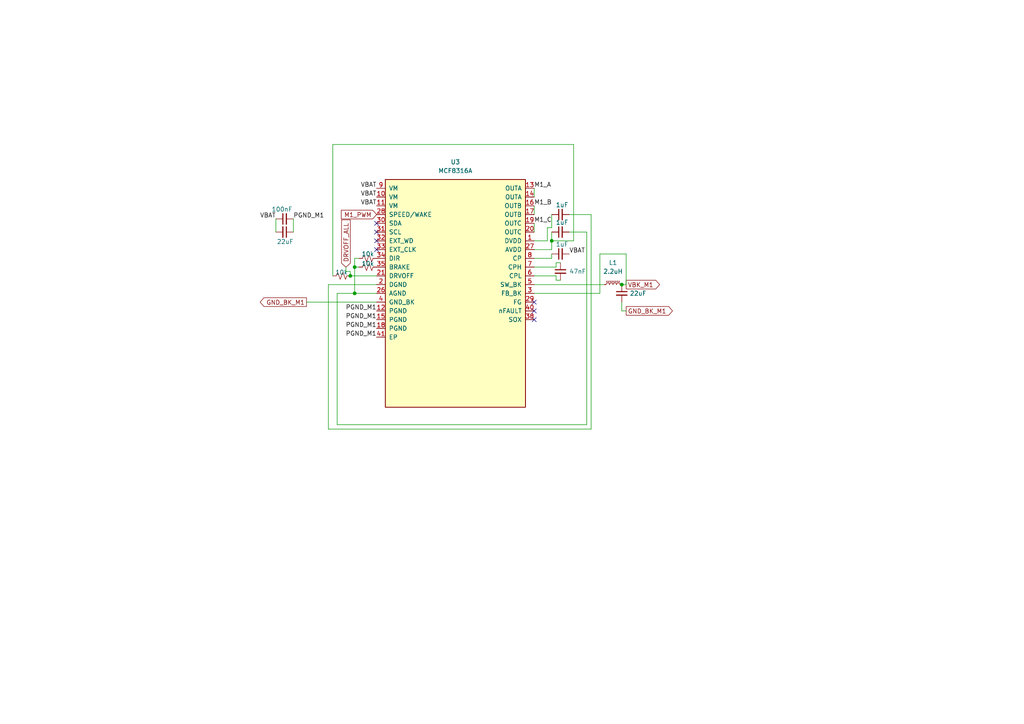
<source format=kicad_sch>
(kicad_sch (version 20250114) (generator "eeschema") (generator_version "9.0")
  (paper "A4")
  (title_block (date "2025-12-23") (rev "v1") (company "NeoDrone") (comment 1 "Made by Dulat Sarbassov") (comment 2 "dulatello08"))
  (lib_symbols
    (symbol "Device:C_Small" (pin_numbers (hide yes)) (pin_names (offset 0.254) (hide yes))
      (property "Reference" "C" (at 0.254 1.778 0))
      (property "Value" "C_Small" (at 0.254 -2.032 0))
      (symbol "C_Small_0_1"
        (polyline (pts (xy -1.524 0.508) (xy 1.524 0.508)) (stroke (width 0.3048)))
        (polyline (pts (xy -1.524 -0.508) (xy 1.524 -0.508)) (stroke (width 0.3302)))
      )
      (symbol "C_Small_1_1"
        (pin passive line (at 0 2.54 270) (length 2.032) (name "~") (number "1"))
        (pin passive line (at 0 -2.54 90) (length 2.032) (name "~") (number "2"))
      )
    )
    (symbol "Device:L_Ferrite_Small" (pin_numbers (hide yes)) (pin_names (offset 0.254) (hide yes))
      (property "Reference" "L" (at 1.27 1.016 0))
      (property "Value" "L_Ferrite_Small" (at 1.27 -1.27 0))
      (symbol "L_Ferrite_Small_0_1"
        (arc (start 0 2.032) (mid 0.5058 1.524) (end 0 1.016))
        (arc (start 0 1.016) (mid 0.5058 0.508) (end 0 0))
        (arc (start 0 0) (mid 0.5058 -0.508) (end 0 -1.016))
        (arc (start 0 -1.016) (mid 0.5058 -1.524) (end 0 -2.032))
        (polyline (pts (xy 0.762 1.651) (xy 0.762 1.905)))
        (polyline (pts (xy 0.762 1.143) (xy 0.762 1.397)))
        (polyline (pts (xy 0.762 0.635) (xy 0.762 0.889)))
        (polyline (pts (xy 0.762 0.127) (xy 0.762 0.381)))
        (polyline (pts (xy 0.762 -0.381) (xy 0.762 -0.127)))
        (polyline (pts (xy 0.762 -0.889) (xy 0.762 -0.635)))
        (polyline (pts (xy 0.762 -1.397) (xy 0.762 -1.143)))
        (polyline (pts (xy 0.762 -1.905) (xy 0.762 -1.651)))
        (polyline (pts (xy 1.016 1.905) (xy 1.016 1.651)))
        (polyline (pts (xy 1.016 1.397) (xy 1.016 1.143)))
        (polyline (pts (xy 1.016 0.889) (xy 1.016 0.635)))
        (polyline (pts (xy 1.016 0.381) (xy 1.016 0.127)))
        (polyline (pts (xy 1.016 -0.127) (xy 1.016 -0.381)))
        (polyline (pts (xy 1.016 -0.635) (xy 1.016 -0.889)))
        (polyline (pts (xy 1.016 -1.143) (xy 1.016 -1.397)))
        (polyline (pts (xy 1.016 -1.651) (xy 1.016 -1.905)))
      )
      (symbol "L_Ferrite_Small_1_1"
        (pin passive line (at 0 2.54 270) (length 0.508) (name "~") (number "1"))
        (pin passive line (at 0 -2.54 90) (length 0.508) (name "~") (number "2"))
      )
    )
    (symbol "Device:R_Small_US" (pin_numbers (hide yes)) (pin_names (offset 0.254) (hide yes))
      (property "Reference" "R" (at 0.762 0.508 0))
      (property "Value" "R_Small_US" (at 0.762 -1.016 0))
      (symbol "R_Small_US_1_1"
        (polyline (pts (xy 0 1.524) (xy 1.016 1.143) (xy 0 0.762) (xy -1.016 0.381) (xy 0 0)))
        (polyline (pts (xy 0 0) (xy 1.016 -0.381) (xy 0 -0.762) (xy -1.016 -1.143) (xy 0 -1.524)))
        (pin passive line (at 0 2.54 270) (length 1.016) (name "~") (number "1"))
        (pin passive line (at 0 -2.54 90) (length 1.016) (name "~") (number "2"))
      )
    )
    (symbol "MCF8316A:MCF8316A" (pin_names (offset 1.016))
      (property "Reference" "U" (at 0 38.1 0))
      (property "Value" "MCF8316A" (at 0 -38.1 0))
      (symbol "MCF8316A_1_1"
        (rectangle (start -20.32 33.02) (end 20.32 -33.02) (stroke (width 0.254)) (fill (type background)))
        (pin power_in line (at -22.86 30.48 0) (length 2.54) (name "VM") (number "9"))
        (pin power_in line (at -22.86 27.94 0) (length 2.54) (name "VM") (number "10"))
        (pin power_in line (at -22.86 25.4 0) (length 2.54) (name "VM") (number "11"))
        (pin input line (at -22.86 22.86 0) (length 2.54) (name "SPEED/WAKE") (number "28"))
        (pin bidirectional line (at -22.86 20.32 0) (length 2.54) (name "SDA") (number "30"))
        (pin input line (at -22.86 17.78 0) (length 2.54) (name "SCL") (number "31"))
        (pin input line (at -22.86 15.24 0) (length 2.54) (name "EXT_WD") (number "32"))
        (pin input line (at -22.86 12.7 0) (length 2.54) (name "EXT_CLK") (number "33"))
        (pin input line (at -22.86 10.16 0) (length 2.54) (name "DIR") (number "34"))
        (pin input line (at -22.86 7.62 0) (length 2.54) (name "BRAKE") (number "35"))
        (pin input line (at -22.86 5.08 0) (length 2.54) (name "DRVOFF") (number "21"))
        (pin power_in line (at -22.86 2.54 0) (length 2.54) (name "DGND") (number "2"))
        (pin power_in line (at -22.86 0 0) (length 2.54) (name "AGND") (number "26"))
        (pin power_in line (at -22.86 -2.54 0) (length 2.54) (name "GND_BK") (number "4"))
        (pin power_in line (at -22.86 -5.08 0) (length 2.54) (name "PGND") (number "12"))
        (pin power_in line (at -22.86 -7.62 0) (length 2.54) (name "PGND") (number "15"))
        (pin power_in line (at -22.86 -10.16 0) (length 2.54) (name "PGND") (number "18"))
        (pin power_in line (at -22.86 -12.7 0) (length 2.54) (name "EP") (number "41"))
        (pin power_out line (at 22.86 30.48 180) (length 2.54) (name "OUTA") (number "13"))
        (pin power_out line (at 22.86 27.94 180) (length 2.54) (name "OUTA") (number "14"))
        (pin power_out line (at 22.86 25.4 180) (length 2.54) (name "OUTB") (number "16"))
        (pin power_out line (at 22.86 22.86 180) (length 2.54) (name "OUTB") (number "17"))
        (pin power_out line (at 22.86 20.32 180) (length 2.54) (name "OUTC") (number "19"))
        (pin power_out line (at 22.86 17.78 180) (length 2.54) (name "OUTC") (number "20"))
        (pin power_out line (at 22.86 15.24 180) (length 2.54) (name "DVDD") (number "1"))
        (pin power_out line (at 22.86 12.7 180) (length 2.54) (name "AVDD") (number "27"))
        (pin power_out line (at 22.86 10.16 180) (length 2.54) (name "CP") (number "8"))
        (pin passive line (at 22.86 7.62 180) (length 2.54) (name "CPH") (number "7"))
        (pin passive line (at 22.86 5.08 180) (length 2.54) (name "CPL") (number "6"))
        (pin passive line (at 22.86 2.54 180) (length 2.54) (name "SW_BK") (number "5"))
        (pin passive line (at 22.86 0 180) (length 2.54) (name "FB_BK") (number "3"))
        (pin open_collector line (at 22.86 -2.54 180) (length 2.54) (name "FG") (number "29"))
        (pin open_collector line (at 22.86 -5.08 180) (length 2.54) (name "nFAULT") (number "40"))
        (pin output line (at 22.86 -7.62 180) (length 2.54) (name "SOX") (number "38"))
      )
    )
  )
  (junction (at 102.87 77.47))
  (junction (at 160.02 69.85))
  (junction (at 101.6 80.01))
  (junction (at 102.87 85.09))
  (junction (at 180.34 82.55))
  (no_connect (at 109.22 69.85))
  (no_connect (at 154.94 87.63))
  (no_connect (at 109.22 67.31))
  (no_connect (at 109.22 72.39))
  (no_connect (at 154.94 90.17))
  (no_connect (at 154.94 92.71))
  (no_connect (at 109.22 64.77))
  (wire (pts (xy 154.94 77.47) (xy 161.29 77.47)))
  (wire (pts (xy 180.34 90.17) (xy 180.34 87.63)))
  (wire (pts (xy 160.02 69.85) (xy 166.37 69.85)))
  (wire (pts (xy 158.75 69.85) (xy 158.75 66.04)))
  (wire (pts (xy 80.01 63.5) (xy 80.01 67.31)))
  (wire (pts (xy 165.1 67.31) (xy 170.18 67.31)))
  (wire (pts (xy 162.56 81.28) (xy 161.29 81.28)))
  (wire (pts (xy 95.25 82.55) (xy 109.22 82.55)))
  (wire (pts (xy 97.79 123.19) (xy 97.79 85.09)))
  (wire (pts (xy 173.99 73.66) (xy 181.61 73.66)))
  (wire (pts (xy 181.61 90.17) (xy 180.34 90.17)))
  (wire (pts (xy 173.99 85.09) (xy 173.99 73.66)))
  (wire (pts (xy 171.45 62.23) (xy 171.45 124.46)))
  (wire (pts (xy 102.87 77.47) (xy 102.87 85.09)))
  (wire (pts (xy 85.09 63.5) (xy 85.09 67.31)))
  (wire (pts (xy 161.29 76.2) (xy 162.56 76.2)))
  (wire (pts (xy 166.37 41.91) (xy 96.52 41.91)))
  (wire (pts (xy 171.45 124.46) (xy 95.25 124.46)))
  (wire (pts (xy 100.33 78.74) (xy 101.6 78.74)))
  (wire (pts (xy 161.29 80.01) (xy 154.94 80.01)))
  (wire (pts (xy 166.37 69.85) (xy 166.37 41.91)))
  (wire (pts (xy 160.02 66.04) (xy 160.02 62.23)))
  (wire (pts (xy 170.18 67.31) (xy 170.18 123.19)))
  (wire (pts (xy 181.61 82.55) (xy 180.34 82.55)))
  (wire (pts (xy 170.18 123.19) (xy 97.79 123.19)))
  (wire (pts (xy 100.33 77.47) (xy 100.33 78.74)))
  (wire (pts (xy 96.52 41.91) (xy 96.52 80.01)))
  (wire (pts (xy 154.94 64.77) (xy 154.94 67.31)))
  (wire (pts (xy 160.02 69.85) (xy 160.02 67.31)))
  (wire (pts (xy 102.87 85.09) (xy 109.22 85.09)))
  (wire (pts (xy 154.94 74.93) (xy 160.02 74.93)))
  (wire (pts (xy 102.87 74.93) (xy 102.87 77.47)))
  (wire (pts (xy 181.61 73.66) (xy 181.61 82.55)))
  (wire (pts (xy 102.87 77.47) (xy 104.14 77.47)))
  (wire (pts (xy 160.02 72.39) (xy 160.02 69.85)))
  (wire (pts (xy 154.94 72.39) (xy 160.02 72.39)))
  (wire (pts (xy 95.25 124.46) (xy 95.25 82.55)))
  (wire (pts (xy 101.6 78.74) (xy 101.6 80.01)))
  (wire (pts (xy 154.94 85.09) (xy 173.99 85.09)))
  (wire (pts (xy 97.79 85.09) (xy 102.87 85.09)))
  (wire (pts (xy 154.94 59.69) (xy 154.94 62.23)))
  (wire (pts (xy 101.6 80.01) (xy 109.22 80.01)))
  (wire (pts (xy 161.29 77.47) (xy 161.29 76.2)))
  (wire (pts (xy 154.94 54.61) (xy 154.94 57.15)))
  (wire (pts (xy 165.1 62.23) (xy 171.45 62.23)))
  (wire (pts (xy 154.94 82.55) (xy 175.26 82.55)))
  (wire (pts (xy 88.9 87.63) (xy 109.22 87.63)))
  (wire (pts (xy 158.75 66.04) (xy 160.02 66.04)))
  (wire (pts (xy 161.29 81.28) (xy 161.29 80.01)))
  (wire (pts (xy 154.94 69.85) (xy 158.75 69.85)))
  (wire (pts (xy 160.02 74.93) (xy 160.02 73.66)))
  (wire (pts (xy 102.87 74.93) (xy 104.14 74.93)))
  (label "VBAT" (at 109.22 59.69 180))
  (label "PGND_M1" (at 109.22 92.71 180))
  (label "PGND_M1" (at 109.22 90.17 180))
  (label "VBAT" (at 109.22 57.15 180))
  (label "VBAT" (at 80.01 63.5 180))
  (label "PGND_M1" (at 109.22 95.25 180))
  (label "PGND_M1" (at 109.22 97.79 180))
  (label "VBAT" (at 165.1 73.66 0))
  (label "PGND_M1" (at 85.09 63.5 0))
  (label "VBAT" (at 109.22 54.61 180))
  (label "M1_C" (at 154.94 64.77 0))
  (label "M1_B" (at 154.94 59.69 0))
  (label "M1_A" (at 154.94 54.61 0))
  (global_label "GND_BK_M1" (shape output) (at 88.9 87.63 180) (property "Intersheetrefs" "${INTERSHEET_REFS}" (effects (hide yes))))
  (global_label "DRVOFF_ALL" (shape input) (at 100.33 77.47 90) (property "Intersheetrefs" "${INTERSHEET_REFS}" (effects (hide yes))))
  (global_label "M1_PWM" (shape input) (at 109.22 62.23 180) (property "Intersheetrefs" "${INTERSHEET_REFS}" (effects (hide yes))))
  (global_label "VBK_M1" (shape output) (at 181.61 82.55 0) (property "Intersheetrefs" "${INTERSHEET_REFS}" (effects (hide yes))))
  (global_label "GND_BK_M1" (shape output) (at 181.61 90.17 0) (property "Intersheetrefs" "${INTERSHEET_REFS}" (effects (hide yes))))
  (symbol (lib_id "Device:C_Small") (at 180.34 85.09 0) (unit 1)
    (property "Reference" "C16" (effects (hide yes)))
    (property "Value" "22uF" (at 182.626 85.09 0) (effects (justify left)))
    (property "Footprint" "Capacitor_SMD:C_1206_3216Metric_Pad1.33x1.80mm_HandSolder" (effects (hide yes)))
    (property "Description" "Unpolarized capacitor, small symbol" (effects (hide yes)))
  )
  (symbol (lib_id "Device:R_Small_US") (at 99.06 80.01 90) (unit 1)
    (property "Reference" "R6" (effects (hide yes)))
    (property "Value" "10k" (at 99.06 78.994 90))
    (property "Footprint" "Resistor_SMD:R_0603_1608Metric_Pad0.98x0.95mm_HandSolder" (effects (hide yes)))
    (property "Description" "Resistor, small US symbol" (effects (hide yes)))
  )
  (symbol (lib_id "Device:L_Ferrite_Small") (at 177.8 82.55 90) (unit 1)
    (property "Reference" "L1" (at 177.8 76.2 90))
    (property "Value" "2.2uH" (at 177.8 78.74 90))
    (property "Footprint" "Inductor_SMD:L_1008_2520Metric_Pad1.43x2.20mm_HandSolder" (effects (hide yes)))
    (property "Description" "Inductor with ferrite core, small symbol" (effects (hide yes)))
  )
  (symbol (lib_id "Device:C_Small") (at 162.56 78.74 0) (unit 1)
    (property "Reference" "C12" (effects (hide yes)))
    (property "Value" "47nF" (at 165.1 78.74 0) (effects (justify left)))
    (property "Footprint" "Capacitor_SMD:C_0603_1608Metric_Pad1.08x0.95mm_HandSolder" (effects (hide yes)))
    (property "Description" "Unpolarized capacitor, small symbol" (effects (hide yes)))
  )
  (symbol (lib_id "MCF8316A:MCF8316A") (at 132.08 85.09 0) (unit 1)
    (property "Reference" "U3" (at 132.08 46.99 0))
    (property "Value" "MCF8316A" (at 132.08 49.53 0))
    (property "Footprint" "MCF8316:MCF8316A_RGF0040E_VQFN-40-1EP_7x5mm_P0.5mm_EP5.5x3.5mm_kicad5_fixed_rotation" (effects (hide yes)))
    (property "Datasheet" "https://www.ti.com/lit/ds/symlink/mcf8316a.pdf" (effects (hide yes)))
    (property "Description" "40-V max, 8-A peak, sensorless FOC control 3-phase BLDC motor driver with integrated FETs" (effects (hide yes)))
  )
  (symbol (lib_id "Device:C_Small") (at 162.56 62.23 90) (unit 1)
    (property "Reference" "C15" (effects (hide yes)))
    (property "Value" "1uF" (at 164.846 59.436 90) (effects (justify left)))
    (property "Footprint" "Capacitor_SMD:C_0603_1608Metric_Pad1.08x0.95mm_HandSolder" (effects (hide yes)))
    (property "Description" "Unpolarized capacitor, small symbol" (effects (hide yes)))
  )
  (symbol (lib_id "Device:R_Small_US") (at 106.68 77.47 90) (unit 1)
    (property "Reference" "R5" (effects (hide yes)))
    (property "Value" "10k" (at 106.68 76.454 90))
    (property "Footprint" "Resistor_SMD:R_0603_1608Metric_Pad0.98x0.95mm_HandSolder" (effects (hide yes)))
    (property "Description" "Resistor, small US symbol" (effects (hide yes)))
  )
  (symbol (lib_id "Device:C_Small") (at 162.56 67.31 90) (unit 1)
    (property "Reference" "C14" (effects (hide yes)))
    (property "Value" "1uF" (at 164.846 64.516 90) (effects (justify left)))
    (property "Footprint" "Capacitor_SMD:C_0603_1608Metric_Pad1.08x0.95mm_HandSolder" (effects (hide yes)))
    (property "Description" "Unpolarized capacitor, small symbol" (effects (hide yes)))
  )
  (symbol (lib_id "Device:R_Small_US") (at 106.68 74.93 90) (unit 1)
    (property "Reference" "R4" (effects (hide yes)))
    (property "Value" "10k" (at 106.68 73.66 90))
    (property "Footprint" "Resistor_SMD:R_0603_1608Metric_Pad0.98x0.95mm_HandSolder" (effects (hide yes)))
    (property "Description" "Resistor, small US symbol" (effects (hide yes)))
  )
  (symbol (lib_id "Device:C_Small") (at 82.55 67.31 270) (unit 1)
    (property "Reference" "C10" (effects (hide yes)))
    (property "Value" "22uF" (at 80.264 70.104 90) (effects (justify left)))
    (property "Footprint" "Capacitor_SMD:C_1206_3216Metric_Pad1.33x1.80mm_HandSolder" (effects (hide yes)))
    (property "Description" "Unpolarized capacitor, small symbol" (effects (hide yes)))
  )
  (symbol (lib_id "Device:C_Small") (at 162.56 73.66 90) (unit 1)
    (property "Reference" "C13" (effects (hide yes)))
    (property "Value" "1uF" (at 164.846 70.866 90) (effects (justify left)))
    (property "Footprint" "Capacitor_SMD:C_0603_1608Metric_Pad1.08x0.95mm_HandSolder" (effects (hide yes)))
    (property "Description" "Unpolarized capacitor, small symbol" (effects (hide yes)))
  )
  (symbol (lib_id "Device:C_Small") (at 82.55 63.5 90) (unit 1)
    (property "Reference" "C11" (effects (hide yes)))
    (property "Value" "100nF" (at 84.836 60.706 90) (effects (justify left)))
    (property "Footprint" "Capacitor_SMD:C_0603_1608Metric_Pad1.08x0.95mm_HandSolder" (effects (hide yes)))
    (property "Description" "Unpolarized capacitor, small symbol" (effects (hide yes)))
  )
)
</source>
